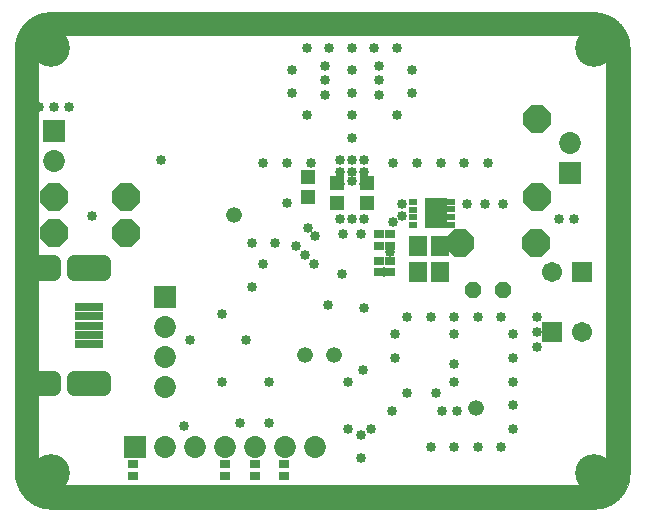
<source format=gbs>
G04 EAGLE Gerber RS-274X export*
G75*
%MOMM*%
%FSLAX35Y35*%
%LPD*%
%INsolder_mask_bottom*%
%IPPOS*%
%AMOC8*
5,1,8,0,0,1.08239X$1,22.5*%
G01*
%ADD10C,0.000000*%
%ADD11C,2.000000*%
%ADD12R,1.203200X1.303200*%
%ADD13R,0.903200X0.803200*%
%ADD14R,1.503200X1.703200*%
%ADD15R,0.803200X0.503200*%
%ADD16R,0.838200X0.503200*%
%ADD17R,1.978200X2.653200*%
%ADD18P,1.539592X8X22.500000*%
%ADD19C,1.703200*%
%ADD20R,1.703200X1.703200*%
%ADD21R,2.453200X0.703200*%
%ADD22C,1.211759*%
%ADD23P,2.556822X8X22.500000*%
%ADD24P,2.556822X8X202.500000*%
%ADD25P,2.556822X8X112.500000*%
%ADD26R,1.853200X1.853200*%
%ADD27C,1.853200*%
%ADD28C,0.853200*%
%ADD29C,3.203200*%
%ADD30C,1.328200*%


D10*
X0Y3900000D02*
X0Y300000D01*
X88Y292751D01*
X350Y285506D01*
X788Y278270D01*
X1401Y271046D01*
X2187Y263839D01*
X3148Y256653D01*
X4282Y249493D01*
X5589Y242362D01*
X7068Y235265D01*
X8717Y228205D01*
X10537Y221188D01*
X12526Y214216D01*
X14683Y207295D01*
X17006Y200428D01*
X19495Y193619D01*
X22148Y186872D01*
X24962Y180191D01*
X27938Y173580D01*
X31072Y167043D01*
X34363Y160583D01*
X37810Y154205D01*
X41409Y147912D01*
X45160Y141708D01*
X49059Y135596D01*
X53105Y129581D01*
X57295Y123664D01*
X61627Y117851D01*
X66098Y112144D01*
X70705Y106547D01*
X75447Y101063D01*
X80319Y95695D01*
X85320Y90447D01*
X90447Y85320D01*
X95695Y80319D01*
X101063Y75447D01*
X106547Y70705D01*
X112144Y66098D01*
X117851Y61627D01*
X123664Y57295D01*
X129581Y53105D01*
X135596Y49059D01*
X141708Y45160D01*
X147912Y41409D01*
X154205Y37810D01*
X160583Y34363D01*
X167043Y31072D01*
X173580Y27938D01*
X180191Y24962D01*
X186872Y22148D01*
X193619Y19495D01*
X200428Y17006D01*
X207295Y14683D01*
X214216Y12526D01*
X221188Y10537D01*
X228205Y8717D01*
X235265Y7068D01*
X242362Y5589D01*
X249493Y4282D01*
X256653Y3148D01*
X263839Y2187D01*
X271046Y1401D01*
X278270Y788D01*
X285506Y350D01*
X292751Y88D01*
X300000Y0D01*
X4900000Y0D01*
X4907249Y88D01*
X4914494Y350D01*
X4921730Y788D01*
X4928954Y1401D01*
X4936161Y2187D01*
X4943347Y3148D01*
X4950507Y4282D01*
X4957638Y5589D01*
X4964735Y7068D01*
X4971795Y8717D01*
X4978812Y10537D01*
X4985784Y12526D01*
X4992705Y14683D01*
X4999572Y17006D01*
X5006381Y19495D01*
X5013128Y22148D01*
X5019809Y24962D01*
X5026420Y27938D01*
X5032957Y31072D01*
X5039417Y34363D01*
X5045795Y37810D01*
X5052088Y41409D01*
X5058292Y45160D01*
X5064404Y49059D01*
X5070419Y53105D01*
X5076336Y57295D01*
X5082149Y61627D01*
X5087856Y66098D01*
X5093453Y70705D01*
X5098937Y75447D01*
X5104305Y80319D01*
X5109553Y85320D01*
X5114680Y90447D01*
X5119681Y95695D01*
X5124553Y101063D01*
X5129295Y106547D01*
X5133902Y112144D01*
X5138373Y117851D01*
X5142705Y123664D01*
X5146895Y129581D01*
X5150941Y135596D01*
X5154840Y141708D01*
X5158591Y147912D01*
X5162190Y154205D01*
X5165637Y160583D01*
X5168928Y167043D01*
X5172062Y173580D01*
X5175038Y180191D01*
X5177852Y186872D01*
X5180505Y193619D01*
X5182994Y200428D01*
X5185317Y207295D01*
X5187474Y214216D01*
X5189463Y221188D01*
X5191283Y228205D01*
X5192932Y235265D01*
X5194411Y242362D01*
X5195718Y249493D01*
X5196852Y256653D01*
X5197813Y263839D01*
X5198599Y271046D01*
X5199212Y278270D01*
X5199650Y285506D01*
X5199912Y292751D01*
X5200000Y300000D01*
X5200000Y3900000D01*
X5199912Y3907249D01*
X5199650Y3914494D01*
X5199212Y3921730D01*
X5198599Y3928954D01*
X5197813Y3936161D01*
X5196852Y3943347D01*
X5195718Y3950507D01*
X5194411Y3957638D01*
X5192932Y3964735D01*
X5191283Y3971795D01*
X5189463Y3978812D01*
X5187474Y3985784D01*
X5185317Y3992705D01*
X5182994Y3999572D01*
X5180505Y4006381D01*
X5177852Y4013128D01*
X5175038Y4019809D01*
X5172062Y4026420D01*
X5168928Y4032957D01*
X5165637Y4039417D01*
X5162190Y4045795D01*
X5158591Y4052088D01*
X5154840Y4058292D01*
X5150941Y4064404D01*
X5146895Y4070419D01*
X5142705Y4076336D01*
X5138373Y4082149D01*
X5133902Y4087856D01*
X5129295Y4093453D01*
X5124553Y4098937D01*
X5119681Y4104305D01*
X5114680Y4109553D01*
X5109553Y4114680D01*
X5104305Y4119681D01*
X5098937Y4124553D01*
X5093453Y4129295D01*
X5087856Y4133902D01*
X5082149Y4138373D01*
X5076336Y4142705D01*
X5070419Y4146895D01*
X5064404Y4150941D01*
X5058292Y4154840D01*
X5052088Y4158591D01*
X5045795Y4162190D01*
X5039417Y4165637D01*
X5032957Y4168928D01*
X5026420Y4172062D01*
X5019809Y4175038D01*
X5013128Y4177852D01*
X5006381Y4180505D01*
X4999572Y4182994D01*
X4992705Y4185317D01*
X4985784Y4187474D01*
X4978812Y4189463D01*
X4971795Y4191283D01*
X4964735Y4192932D01*
X4957638Y4194411D01*
X4950507Y4195718D01*
X4943347Y4196852D01*
X4936161Y4197813D01*
X4928954Y4198599D01*
X4921730Y4199212D01*
X4914494Y4199650D01*
X4907249Y4199912D01*
X4900000Y4200000D01*
X300000Y4200000D01*
X292751Y4199912D01*
X285506Y4199650D01*
X278270Y4199212D01*
X271046Y4198599D01*
X263839Y4197813D01*
X256653Y4196852D01*
X249493Y4195718D01*
X242362Y4194411D01*
X235265Y4192932D01*
X228205Y4191283D01*
X221188Y4189463D01*
X214216Y4187474D01*
X207295Y4185317D01*
X200428Y4182994D01*
X193619Y4180505D01*
X186872Y4177852D01*
X180191Y4175038D01*
X173580Y4172062D01*
X167043Y4168928D01*
X160583Y4165637D01*
X154205Y4162190D01*
X147912Y4158591D01*
X141708Y4154840D01*
X135596Y4150941D01*
X129581Y4146895D01*
X123664Y4142705D01*
X117851Y4138373D01*
X112144Y4133902D01*
X106547Y4129295D01*
X101063Y4124553D01*
X95695Y4119681D01*
X90447Y4114680D01*
X85320Y4109553D01*
X80319Y4104305D01*
X75447Y4098937D01*
X70705Y4093453D01*
X66098Y4087856D01*
X61627Y4082149D01*
X57295Y4076336D01*
X53105Y4070419D01*
X49059Y4064404D01*
X45160Y4058292D01*
X41409Y4052088D01*
X37810Y4045795D01*
X34363Y4039417D01*
X31072Y4032957D01*
X27938Y4026420D01*
X24962Y4019809D01*
X22148Y4013128D01*
X19495Y4006381D01*
X17006Y3999572D01*
X14683Y3992705D01*
X12526Y3985784D01*
X10537Y3978812D01*
X8717Y3971795D01*
X7068Y3964735D01*
X5589Y3957638D01*
X4282Y3950507D01*
X3148Y3943347D01*
X2187Y3936161D01*
X1401Y3928954D01*
X788Y3921730D01*
X350Y3914494D01*
X88Y3907249D01*
X0Y3900000D01*
D11*
X5100000Y3900000D02*
X5100000Y300000D01*
X300000Y100000D02*
X295167Y100058D01*
X290337Y100234D01*
X285513Y100525D01*
X280697Y100934D01*
X275893Y101458D01*
X271102Y102099D01*
X266329Y102855D01*
X261575Y103726D01*
X256843Y104712D01*
X252137Y105812D01*
X247459Y107025D01*
X242811Y108351D01*
X238197Y109789D01*
X233618Y111338D01*
X229079Y112997D01*
X224581Y114765D01*
X220127Y116642D01*
X215720Y118625D01*
X211362Y120715D01*
X207055Y122909D01*
X202803Y125206D01*
X198608Y127606D01*
X194472Y130106D01*
X190397Y132706D01*
X186387Y135403D01*
X182443Y138197D01*
X178567Y141084D01*
X174763Y144065D01*
X171032Y147137D01*
X167375Y150298D01*
X163797Y153546D01*
X160298Y156880D01*
X156880Y160298D01*
X153546Y163797D01*
X150298Y167375D01*
X147137Y171032D01*
X144065Y174763D01*
X141084Y178567D01*
X138197Y182443D01*
X135403Y186387D01*
X132706Y190397D01*
X130106Y194472D01*
X127606Y198608D01*
X125206Y202803D01*
X122909Y207055D01*
X120715Y211362D01*
X118625Y215720D01*
X116642Y220127D01*
X114765Y224581D01*
X112997Y229079D01*
X111338Y233618D01*
X109789Y238197D01*
X108351Y242811D01*
X107025Y247459D01*
X105812Y252137D01*
X104712Y256843D01*
X103726Y261575D01*
X102855Y266329D01*
X102099Y271102D01*
X101458Y275893D01*
X100934Y280697D01*
X100525Y285513D01*
X100234Y290337D01*
X100058Y295167D01*
X100000Y300000D01*
X4900000Y100000D02*
X4904833Y100058D01*
X4909663Y100234D01*
X4914487Y100525D01*
X4919303Y100934D01*
X4924107Y101458D01*
X4928898Y102099D01*
X4933671Y102855D01*
X4938425Y103726D01*
X4943157Y104712D01*
X4947863Y105812D01*
X4952541Y107025D01*
X4957189Y108351D01*
X4961803Y109789D01*
X4966382Y111338D01*
X4970921Y112997D01*
X4975419Y114765D01*
X4979873Y116642D01*
X4984280Y118625D01*
X4988638Y120715D01*
X4992945Y122909D01*
X4997197Y125206D01*
X5001392Y127606D01*
X5005528Y130106D01*
X5009603Y132706D01*
X5013613Y135403D01*
X5017557Y138197D01*
X5021433Y141084D01*
X5025237Y144065D01*
X5028968Y147137D01*
X5032625Y150298D01*
X5036203Y153546D01*
X5039702Y156880D01*
X5043120Y160298D01*
X5046454Y163797D01*
X5049702Y167375D01*
X5052863Y171032D01*
X5055935Y174763D01*
X5058916Y178567D01*
X5061803Y182443D01*
X5064597Y186387D01*
X5067294Y190397D01*
X5069894Y194472D01*
X5072394Y198608D01*
X5074794Y202803D01*
X5077091Y207055D01*
X5079285Y211362D01*
X5081375Y215720D01*
X5083358Y220127D01*
X5085235Y224581D01*
X5087003Y229079D01*
X5088662Y233618D01*
X5090211Y238197D01*
X5091649Y242811D01*
X5092975Y247459D01*
X5094188Y252137D01*
X5095288Y256843D01*
X5096274Y261575D01*
X5097145Y266329D01*
X5097901Y271102D01*
X5098542Y275893D01*
X5099066Y280697D01*
X5099475Y285513D01*
X5099766Y290337D01*
X5099942Y295167D01*
X5100000Y300000D01*
X5100000Y3900000D02*
X5099942Y3904833D01*
X5099766Y3909663D01*
X5099475Y3914487D01*
X5099066Y3919303D01*
X5098542Y3924107D01*
X5097901Y3928898D01*
X5097145Y3933671D01*
X5096274Y3938425D01*
X5095288Y3943157D01*
X5094188Y3947863D01*
X5092975Y3952541D01*
X5091649Y3957189D01*
X5090211Y3961803D01*
X5088662Y3966382D01*
X5087003Y3970921D01*
X5085235Y3975419D01*
X5083358Y3979873D01*
X5081375Y3984280D01*
X5079285Y3988638D01*
X5077091Y3992945D01*
X5074794Y3997197D01*
X5072394Y4001392D01*
X5069894Y4005528D01*
X5067294Y4009603D01*
X5064597Y4013613D01*
X5061803Y4017557D01*
X5058916Y4021433D01*
X5055935Y4025237D01*
X5052863Y4028968D01*
X5049702Y4032625D01*
X5046454Y4036203D01*
X5043120Y4039702D01*
X5039702Y4043120D01*
X5036203Y4046454D01*
X5032625Y4049702D01*
X5028968Y4052863D01*
X5025237Y4055935D01*
X5021433Y4058916D01*
X5017557Y4061803D01*
X5013613Y4064597D01*
X5009603Y4067294D01*
X5005528Y4069894D01*
X5001392Y4072394D01*
X4997197Y4074794D01*
X4992945Y4077091D01*
X4988638Y4079285D01*
X4984280Y4081375D01*
X4979873Y4083358D01*
X4975419Y4085235D01*
X4970921Y4087003D01*
X4966382Y4088662D01*
X4961803Y4090211D01*
X4957189Y4091649D01*
X4952541Y4092975D01*
X4947863Y4094188D01*
X4943157Y4095288D01*
X4938425Y4096274D01*
X4933671Y4097145D01*
X4928898Y4097901D01*
X4924107Y4098542D01*
X4919303Y4099066D01*
X4914487Y4099475D01*
X4909663Y4099766D01*
X4904833Y4099942D01*
X4900000Y4100000D01*
X300000Y4100000D02*
X295167Y4099942D01*
X290337Y4099766D01*
X285513Y4099475D01*
X280697Y4099066D01*
X275893Y4098542D01*
X271102Y4097901D01*
X266329Y4097145D01*
X261575Y4096274D01*
X256843Y4095288D01*
X252137Y4094188D01*
X247459Y4092975D01*
X242811Y4091649D01*
X238197Y4090211D01*
X233618Y4088662D01*
X229079Y4087003D01*
X224581Y4085235D01*
X220127Y4083358D01*
X215720Y4081375D01*
X211362Y4079285D01*
X207055Y4077091D01*
X202803Y4074794D01*
X198608Y4072394D01*
X194472Y4069894D01*
X190397Y4067294D01*
X186387Y4064597D01*
X182443Y4061803D01*
X178567Y4058916D01*
X174763Y4055935D01*
X171032Y4052863D01*
X167375Y4049702D01*
X163797Y4046454D01*
X160298Y4043120D01*
X156880Y4039702D01*
X153546Y4036203D01*
X150298Y4032625D01*
X147137Y4028968D01*
X144065Y4025237D01*
X141084Y4021433D01*
X138197Y4017557D01*
X135403Y4013613D01*
X132706Y4009603D01*
X130106Y4005528D01*
X127606Y4001392D01*
X125206Y3997197D01*
X122909Y3992945D01*
X120715Y3988638D01*
X118625Y3984280D01*
X116642Y3979873D01*
X114765Y3975419D01*
X112997Y3970921D01*
X111338Y3966382D01*
X109789Y3961803D01*
X108351Y3957189D01*
X107025Y3952541D01*
X105812Y3947863D01*
X104712Y3943157D01*
X103726Y3938425D01*
X102855Y3933671D01*
X102099Y3928898D01*
X101458Y3924107D01*
X100934Y3919303D01*
X100525Y3914487D01*
X100234Y3909663D01*
X100058Y3904833D01*
X100000Y3900000D01*
X100000Y300000D01*
X300000Y4100000D02*
X4900000Y4100000D01*
X4900000Y100000D02*
X300000Y100000D01*
D12*
X2725000Y2590000D03*
X2725000Y2760000D03*
D13*
X3175000Y2000000D03*
X3175000Y2100000D03*
X3075000Y2100000D03*
X3075000Y2000000D03*
D12*
X2975000Y2760000D03*
X2975000Y2590000D03*
D13*
X3075000Y2325000D03*
X3075000Y2225000D03*
X3175000Y2225000D03*
X3175000Y2325000D03*
D14*
X3595000Y2225000D03*
X3405000Y2225000D03*
X3595000Y2000000D03*
X3405000Y2000000D03*
D15*
X3370000Y2400000D03*
X3370000Y2465000D03*
X3370000Y2530000D03*
X3370000Y2595000D03*
D16*
X3677500Y2597500D03*
X3677500Y2532500D03*
X3677500Y2467500D03*
X3677500Y2402500D03*
D17*
X3557500Y2500000D03*
D18*
X3873000Y1850000D03*
X4127000Y1850000D03*
D12*
X2475000Y2810000D03*
X2475000Y2640000D03*
D13*
X1000000Y375000D03*
X1000000Y275000D03*
X1775000Y375000D03*
X1775000Y275000D03*
X2025000Y375000D03*
X2025000Y275000D03*
X2275000Y375000D03*
X2275000Y275000D03*
D19*
X4795000Y1497000D03*
D20*
X4541000Y1497000D03*
D19*
X4541000Y2005000D03*
D20*
X4795000Y2005000D03*
D21*
X625000Y1550000D03*
X625000Y1630000D03*
X625000Y1470000D03*
X625000Y1710000D03*
X625000Y1390000D03*
D22*
X749572Y1010428D02*
X500428Y1010428D01*
X500428Y1109572D01*
X749572Y1109572D01*
X749572Y1010428D01*
X749572Y1990428D02*
X500428Y1990428D01*
X500428Y2089572D01*
X749572Y2089572D01*
X749572Y1990428D01*
X324572Y1010428D02*
X75428Y1010428D01*
X75428Y1109572D01*
X324572Y1109572D01*
X324572Y1010428D01*
X324572Y1990428D02*
X75428Y1990428D01*
X75428Y2089572D01*
X324572Y2089572D01*
X324572Y1990428D01*
D23*
X325000Y2640000D03*
X933000Y2640000D03*
X325000Y2334750D03*
X933000Y2336000D03*
D24*
X4411250Y2247000D03*
X3761250Y2247000D03*
D25*
X4414000Y2640000D03*
X4414000Y3298000D03*
D26*
X325000Y3194000D03*
D27*
X325000Y2940000D03*
D26*
X4693000Y2840000D03*
D27*
X4693000Y3094000D03*
D26*
X1266250Y1789750D03*
D27*
X1266250Y1535750D03*
X1266250Y1281750D03*
X1266250Y1027750D03*
D26*
X1013000Y525000D03*
D27*
X1267000Y525000D03*
X1521000Y525000D03*
X1775000Y525000D03*
X2029000Y525000D03*
X2283000Y525000D03*
X2537000Y525000D03*
D28*
X3125000Y2000000D03*
X2775000Y2325000D03*
X2950000Y2750000D03*
X3075000Y3625000D03*
X3075000Y3500000D03*
X3075000Y3750000D03*
X2950000Y2850000D03*
X2750000Y2750000D03*
X2625000Y3625000D03*
X2625000Y3750000D03*
X2625000Y3500000D03*
X2750000Y2850000D03*
X2750000Y2450000D03*
X2950000Y2450000D03*
X2925000Y2325000D03*
X2300000Y2590000D03*
X2765000Y1987500D03*
X3200000Y2425000D03*
X2850000Y2450000D03*
X2850000Y2850000D03*
X2850000Y2950000D03*
X2750000Y2950000D03*
X2950000Y2950000D03*
X2850000Y2775000D03*
X3200000Y2925000D03*
X3400000Y2925000D03*
X3600000Y2925000D03*
X3800000Y2925000D03*
X4000000Y2925000D03*
X2100000Y2925000D03*
X2000000Y2250000D03*
X2200000Y2250000D03*
X3315000Y975000D03*
X3565000Y975000D03*
X3715000Y1075000D03*
X3715000Y1225000D03*
X3715000Y1475000D03*
X3715000Y1625000D03*
X3515000Y1625000D03*
X3315000Y1625000D03*
X3215000Y1475000D03*
X3915000Y1625000D03*
X4115000Y1625000D03*
X4215000Y1475000D03*
X4215000Y1275000D03*
X4215000Y1075000D03*
X4215000Y875000D03*
X4215000Y675000D03*
X3215000Y1275000D03*
X4115000Y525000D03*
X3715000Y525000D03*
X3515000Y525000D03*
X2940000Y1175000D03*
X2815000Y1075000D03*
D29*
X300000Y3900000D03*
X4900000Y3900000D03*
X4900000Y300000D03*
X300000Y300000D03*
D28*
X2850000Y3140500D03*
X2850000Y3331000D03*
X2850000Y3521500D03*
X2850000Y3712000D03*
X2850000Y3902500D03*
X3040500Y3902500D03*
X3231000Y3902500D03*
X3358000Y3712000D03*
X3358000Y3521500D03*
X3231000Y3331000D03*
X2659500Y3902500D03*
X2469000Y3902500D03*
X2342000Y3712000D03*
X2342000Y3521500D03*
X2469000Y3331000D03*
X4414000Y1370000D03*
X4414000Y1497000D03*
X4414000Y1624000D03*
X4604500Y2449500D03*
X4731500Y2449500D03*
X198000Y3402000D03*
X325000Y3402000D03*
X452000Y3402000D03*
X200000Y2050000D03*
X625000Y2050000D03*
X200000Y1050000D03*
X625000Y1050000D03*
X3175000Y2175000D03*
X2650000Y1725000D03*
X2950000Y1700000D03*
X1475000Y1425000D03*
X3915000Y525000D03*
X2500000Y2925000D03*
X2300000Y2925000D03*
X2150000Y1075000D03*
X1750000Y1075000D03*
X2925000Y625000D03*
X2925000Y425000D03*
X652000Y2477000D03*
X1950000Y1425000D03*
X2100000Y2075000D03*
X2000000Y1875000D03*
X1750000Y1650000D03*
X1900000Y725000D03*
X2150000Y725000D03*
X1425000Y700000D03*
X3825000Y2575000D03*
X3975000Y2575000D03*
X4125000Y2575000D03*
X3275000Y2575000D03*
X3272500Y2475000D03*
D30*
X2700000Y1300000D03*
D28*
X2525000Y2075000D03*
X1230000Y2950000D03*
D30*
X1850000Y2487500D03*
X2450000Y1300000D03*
D28*
X2375000Y2225000D03*
X2538750Y2310000D03*
X2475000Y2375000D03*
D30*
X3900000Y850000D03*
D28*
X3736500Y823500D03*
X3615000Y825000D03*
X3190000Y825000D03*
X2450000Y2150000D03*
X2815000Y675000D03*
X3015000Y675000D03*
M02*

</source>
